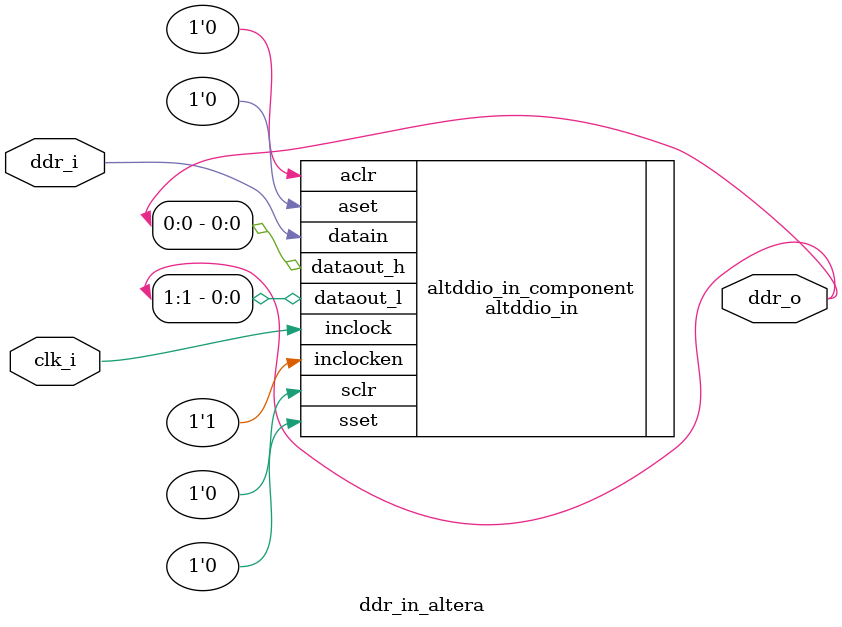
<source format=sv>
/*
--------------------------------------------------------------------------------

Module: ddr_in_altera.sv

Function: 
- Dual data rate input for Altera target.

Instantiates:
- Nothing.

Notes:

--------------------------------------------------------------------------------
*/

module ddr_in_altera
	(
	// clocks & resets
	input		logic									clk_i,						// clock
	// I/O
	input		logic									ddr_i,						// ddr input
	output	logic		[1:0]						ddr_o							// ddr output
	);


	/*
	----------------------
	-- internal signals --
	----------------------
	*/
	// None.


	/*
	================
	== code start ==
	================
	*/


	altddio_in	
	#(
	.invert_input_clocks ( "OFF" ),
	.lpm_type				( "altddio_in" ),
	.power_up_high			( "OFF" ),
	.width					( 1 )
	)
	altddio_in_component
	(
	.datain					( ddr_i ),
	.inclock					( clk_i ),
	.dataout_h				( ddr_o[0] ),
	.dataout_l				( ddr_o[1] ),
	.aclr						( 1'b0 ),  // unused
	.aset						( 1'b0 ),  // unused
	.inclocken				( 1'b1 ),  // unused
	.sclr						( 1'b0 ),  // unused
	.sset						( 1'b0 )  // unused
	);


	
endmodule 
</source>
